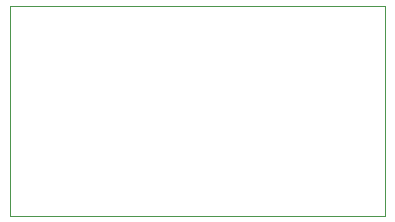
<source format=gbr>
G04 #@! TF.GenerationSoftware,KiCad,Pcbnew,5.1.9-73d0e3b20d~88~ubuntu20.04.1*
G04 #@! TF.CreationDate,2021-04-15T15:02:38+02:00*
G04 #@! TF.ProjectId,Switch3Vx,53776974-6368-4335-9678-2e6b69636164,rev?*
G04 #@! TF.SameCoordinates,Original*
G04 #@! TF.FileFunction,Profile,NP*
%FSLAX46Y46*%
G04 Gerber Fmt 4.6, Leading zero omitted, Abs format (unit mm)*
G04 Created by KiCad (PCBNEW 5.1.9-73d0e3b20d~88~ubuntu20.04.1) date 2021-04-15 15:02:38*
%MOMM*%
%LPD*%
G01*
G04 APERTURE LIST*
G04 #@! TA.AperFunction,Profile*
%ADD10C,0.100000*%
G04 #@! TD*
G04 APERTURE END LIST*
D10*
X33782000Y-82296000D02*
X65532000Y-82296000D01*
X65532000Y-100076000D02*
X33782000Y-100076000D01*
X33782000Y-100076000D02*
X33782000Y-82296000D01*
X65532000Y-100076000D02*
X65532000Y-82296000D01*
M02*

</source>
